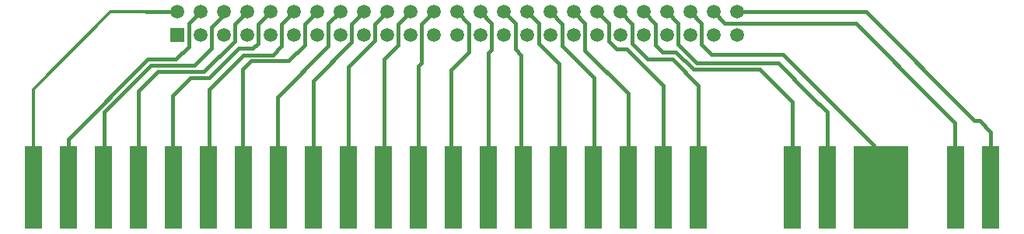
<source format=gbl>
%FSLAX23Y23*%
%MOIN*%
%SFA1B1*%

%IPPOS*%
%ADD10R,0.074800X0.354330*%
%ADD11R,0.236220X0.354330*%
%ADD12C,0.015750*%
%ADD13R,0.059060X0.059060*%
%ADD14C,0.059060*%
%ADD15C,0.013780*%
%LNfluke_8505a_board-1*%
%LPD*%
G54D10*
X-3731Y0D03*
X-3881D03*
X-3581D03*
X-3431D03*
X-3281D03*
X-3131D03*
X-2981D03*
X-2831D03*
X-2681D03*
X-2531D03*
X-2381D03*
X-2231D03*
X-2081D03*
X-1931D03*
X-1781D03*
X-1631D03*
X-1481D03*
X-1331D03*
X-1181D03*
X-1031D03*
X-625D03*
X-475D03*
X75D03*
X225D03*
G54D11*
X-245Y0D03*
G54D12*
X-2215Y700D02*
X-2164Y751D01*
X-2215Y533D02*
Y700D01*
X-2230Y518D02*
X-2215Y533D01*
X-2230Y148D02*
Y518D01*
X-2316Y699D02*
X-2264Y751D01*
X-2316Y610D02*
Y699D01*
X-2376Y550D02*
X-2316Y610D01*
X-2376Y166D02*
Y550D01*
X-2064Y751D02*
X-2013Y700D01*
Y580D02*
Y700D01*
X-2091Y502D02*
X-2013Y580D01*
X-2091Y162D02*
Y502D01*
X-1964Y751D02*
X-1915Y702D01*
Y590D02*
Y702D01*
X-1930Y575D02*
X-1915Y590D01*
X-1930Y169D02*
Y575D01*
X-1864Y751D02*
X-1814Y701D01*
Y592D02*
Y701D01*
Y592D02*
X-1790Y567D01*
Y164D02*
Y567D01*
X-1764Y751D02*
X-1714Y701D01*
Y616D02*
Y701D01*
Y616D02*
X-1626Y528D01*
Y173D02*
Y528D01*
X-2416Y700D02*
X-2364Y751D01*
X-2416Y628D02*
Y700D01*
X-2530Y514D02*
X-2416Y628D01*
X-2530Y167D02*
Y514D01*
X-2515Y700D02*
X-2464Y751D01*
X-2515Y622D02*
Y700D01*
X-2680Y457D02*
X-2515Y622D01*
X-2680Y157D02*
Y457D01*
X-2615Y701D02*
X-2564Y751D01*
X-2615Y605D02*
Y701D01*
X-2832Y387D02*
X-2615Y605D01*
X-2832Y165D02*
Y387D01*
X-1664Y751D02*
X-1614Y700D01*
Y607D02*
Y700D01*
Y607D02*
X-1476Y469D01*
Y172D02*
Y469D01*
X-1564Y751D02*
X-1515Y702D01*
Y587D02*
Y702D01*
Y587D02*
X-1331Y403D01*
Y172D02*
Y403D01*
X-1464Y751D02*
X-1414Y701D01*
Y625D02*
Y701D01*
Y625D02*
X-1381Y593D01*
X-1336*
X-1178Y435*
Y173D02*
Y435D01*
X-1364Y751D02*
X-1313Y700D01*
Y616D02*
Y700D01*
Y616D02*
X-1246Y548D01*
X-1139*
X-1029Y437*
Y169D02*
Y437D01*
X-2716Y699D02*
X-2664Y751D01*
X-2716Y610D02*
Y699D01*
X-2785Y541D02*
X-2716Y610D01*
X-2947Y541D02*
X-2785D01*
X-2983Y505D02*
X-2947Y541D01*
X-2983Y172D02*
Y505D01*
X-2816Y699D02*
X-2764Y751D01*
X-2816Y605D02*
Y699D01*
X-2854Y567D02*
X-2816Y605D01*
X-2979Y567D02*
X-2854D01*
X-3127Y419D02*
X-2979Y567D01*
X-3127Y169D02*
Y419D01*
X-2917Y699D02*
X-2864Y751D01*
X-2917Y617D02*
Y699D01*
X-2938Y595D02*
X-2917Y617D01*
X-2998Y595D02*
X-2938D01*
X-3125Y468D02*
X-2998Y595D01*
X-3206Y468D02*
X-3125D01*
X-3282Y392D02*
X-3206Y468D01*
X-3282Y168D02*
Y392D01*
X-3016Y699D02*
X-2964Y751D01*
X-3016Y627D02*
Y699D01*
X-3150Y494D02*
X-3016Y627D01*
X-3346Y494D02*
X-3150D01*
X-3429Y411D02*
X-3346Y494D01*
X-3429Y169D02*
Y411D01*
X-1264Y751D02*
X-1213Y700D01*
Y609D02*
Y700D01*
Y609D02*
X-1183Y578D01*
X-1125*
X-1051Y504*
X-766*
X-697Y436*
X-1164Y751D02*
X-1115Y701D01*
Y611D02*
Y701D01*
Y611D02*
X-1036Y532D01*
X-687*
X-545Y390*
X-1064Y751D02*
X-1015Y702D01*
Y613D02*
Y702D01*
Y613D02*
X-972Y569D01*
X-665*
X-312Y216*
X-964Y751D02*
X-915Y702D01*
X-353*
X1Y347*
X-864Y751D02*
X-311D01*
X155Y284*
X-3064Y738D02*
Y751D01*
X-3117Y686D02*
X-3064Y738D01*
X-3117Y597D02*
Y686D01*
X-3191Y522D02*
X-3117Y597D01*
X-3377Y522D02*
X-3191D01*
X-3577Y322D02*
X-3377Y522D01*
X-3577Y171D02*
Y322D01*
X-3214Y701D02*
X-3164Y751D01*
X-3214Y603D02*
Y701D01*
X-3268Y549D02*
X-3214Y603D01*
X-3389Y549D02*
X-3268D01*
X-3731Y207D02*
X-3389Y549D01*
X-3731Y165D02*
Y207D01*
X-3395Y751D02*
X-3264D01*
X-697Y436D02*
X-625Y364D01*
Y152D02*
Y364D01*
X-545Y389D02*
Y390D01*
Y389D02*
X-477Y321D01*
Y143D02*
Y321D01*
X-312Y215D02*
Y216D01*
Y215D02*
X-275Y179D01*
Y147D02*
Y179D01*
X1Y347D02*
X2D01*
X72Y277*
Y152D02*
Y277D01*
X155Y284D02*
X177D01*
X225Y236*
Y144D02*
Y236D01*
G54D13*
X-3264Y651D03*
G54D14*
X-3264Y751D03*
X-3164Y651D03*
Y751D03*
X-3064Y651D03*
Y751D03*
X-2964Y651D03*
Y751D03*
X-2864Y651D03*
Y751D03*
X-2764Y651D03*
Y751D03*
X-2664Y651D03*
Y751D03*
X-2564Y651D03*
Y751D03*
X-2464Y651D03*
Y751D03*
X-2364Y651D03*
Y751D03*
X-2264Y651D03*
Y751D03*
X-2164Y651D03*
Y751D03*
X-2064Y651D03*
Y751D03*
X-1964Y651D03*
Y751D03*
X-1864Y651D03*
Y751D03*
X-1764Y651D03*
Y751D03*
X-1664Y651D03*
Y751D03*
X-1564Y651D03*
Y751D03*
X-1464Y651D03*
Y751D03*
X-1364Y651D03*
Y751D03*
X-1264Y651D03*
Y751D03*
X-1164Y651D03*
Y751D03*
X-1064Y651D03*
Y751D03*
X-964Y651D03*
Y751D03*
X-864Y651D03*
Y751D03*
G54D15*
X-3550Y751D02*
X-3330D01*
X-3881Y420D02*
X-3550Y751D01*
X-3881Y0D02*
Y420D01*
M02*
</source>
